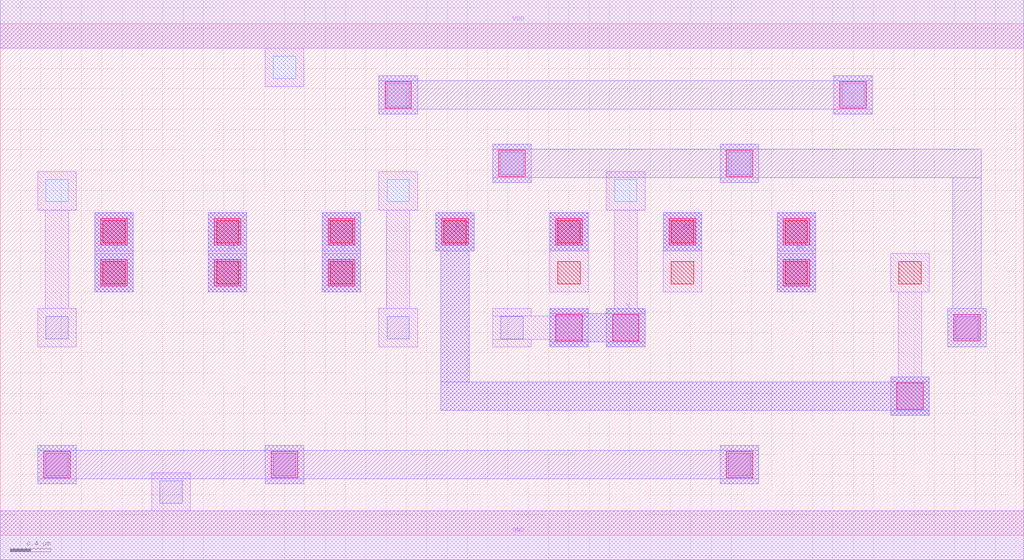
<source format=lef>
MACRO AAOOAI2212
 CLASS CORE ;
 FOREIGN AAOOAI2212 0 0 ;
 SIZE 10.08 BY 5.04 ;
 ORIGIN 0 0 ;
 SYMMETRY X Y R90 ;
 SITE unit ;
  PIN VDD
   DIRECTION INOUT ;
   USE POWER ;
   SHAPE ABUTMENT ;
    PORT
     CLASS CORE ;
       LAYER met1 ;
        RECT 0.00000000 4.80000000 10.08000000 5.28000000 ;
    END
  END VDD

  PIN GND
   DIRECTION INOUT ;
   USE POWER ;
   SHAPE ABUTMENT ;
    PORT
     CLASS CORE ;
       LAYER met1 ;
        RECT 0.00000000 -0.24000000 10.08000000 0.24000000 ;
    END
  END GND

  PIN Y
   DIRECTION INOUT ;
   USE SIGNAL ;
   SHAPE ABUTMENT ;
    PORT
     CLASS CORE ;
       LAYER met2 ;
        RECT 5.41000000 1.85700000 5.79000000 1.90700000 ;
        RECT 5.97000000 1.85700000 6.35000000 1.90700000 ;
        RECT 5.41000000 1.90700000 6.35000000 2.18700000 ;
        RECT 5.41000000 2.18700000 5.79000000 2.23700000 ;
        RECT 5.97000000 2.18700000 6.35000000 2.23700000 ;
    END
  END Y

  PIN B1
   DIRECTION INOUT ;
   USE SIGNAL ;
   SHAPE ABUTMENT ;
    PORT
     CLASS CORE ;
       LAYER met2 ;
        RECT 7.65000000 2.39700000 8.03000000 3.18200000 ;
    END
  END B1

  PIN B
   DIRECTION INOUT ;
   USE SIGNAL ;
   SHAPE ABUTMENT ;
    PORT
     CLASS CORE ;
       LAYER met2 ;
        RECT 8.77000000 1.18200000 9.15000000 1.23200000 ;
        RECT 4.34000000 1.23200000 9.15000000 1.51200000 ;
        RECT 8.77000000 1.51200000 9.15000000 1.56200000 ;
        RECT 4.34000000 1.51200000 4.62000000 2.80200000 ;
        RECT 4.29000000 2.80200000 4.67000000 3.18200000 ;
    END
  END B

  PIN A1
   DIRECTION INOUT ;
   USE SIGNAL ;
   SHAPE ABUTMENT ;
    PORT
     CLASS CORE ;
       LAYER met2 ;
        RECT 6.53000000 2.80200000 6.91000000 3.18200000 ;
    END
  END A1

  PIN C
   DIRECTION INOUT ;
   USE SIGNAL ;
   SHAPE ABUTMENT ;
    PORT
     CLASS CORE ;
       LAYER met2 ;
        RECT 3.17000000 2.39700000 3.55000000 3.18200000 ;
    END
  END C

  PIN A
   DIRECTION INOUT ;
   USE SIGNAL ;
   SHAPE ABUTMENT ;
    PORT
     CLASS CORE ;
       LAYER met2 ;
        RECT 5.41000000 2.80200000 5.79000000 3.18200000 ;
    END
  END A

  PIN D1
   DIRECTION INOUT ;
   USE SIGNAL ;
   SHAPE ABUTMENT ;
    PORT
     CLASS CORE ;
       LAYER met2 ;
        RECT 2.05000000 2.39700000 2.43000000 3.18200000 ;
    END
  END D1

  PIN D
   DIRECTION INOUT ;
   USE SIGNAL ;
   SHAPE ABUTMENT ;
    PORT
     CLASS CORE ;
       LAYER met2 ;
        RECT 0.93000000 2.39700000 1.31000000 3.18200000 ;
    END
  END D

 OBS
    LAYER polycont ;
     RECT 1.01000000 2.47700000 1.23000000 2.69700000 ;
     RECT 2.13000000 2.47700000 2.35000000 2.69700000 ;
     RECT 3.25000000 2.47700000 3.47000000 2.69700000 ;
     RECT 5.49000000 2.47700000 5.71000000 2.69700000 ;
     RECT 6.61000000 2.47700000 6.83000000 2.69700000 ;
     RECT 7.73000000 2.47700000 7.95000000 2.69700000 ;
     RECT 8.85000000 2.47700000 9.07000000 2.69700000 ;
     RECT 1.01000000 2.88200000 1.23000000 3.10200000 ;
     RECT 2.13000000 2.88200000 2.35000000 3.10200000 ;
     RECT 3.25000000 2.88200000 3.47000000 3.10200000 ;
     RECT 4.37000000 2.88200000 4.59000000 3.10200000 ;
     RECT 5.49000000 2.88200000 5.71000000 3.10200000 ;
     RECT 6.61000000 2.88200000 6.83000000 3.10200000 ;
     RECT 7.73000000 2.88200000 7.95000000 3.10200000 ;

    LAYER pdiffc ;
     RECT 0.45000000 3.28700000 0.67000000 3.50700000 ;
     RECT 3.81000000 3.28700000 4.03000000 3.50700000 ;
     RECT 6.05000000 3.28700000 6.27000000 3.50700000 ;
     RECT 4.93000000 3.55700000 5.15000000 3.77700000 ;
     RECT 7.17000000 3.55700000 7.39000000 3.77700000 ;
     RECT 3.81000000 4.23200000 4.03000000 4.45200000 ;
     RECT 8.29000000 4.23200000 8.51000000 4.45200000 ;
     RECT 2.69000000 4.50200000 2.91000000 4.72200000 ;

    LAYER ndiffc ;
     RECT 1.57000000 0.31700000 1.79000000 0.53700000 ;
     RECT 0.45000000 0.58700000 0.67000000 0.80700000 ;
     RECT 2.69000000 0.58700000 2.91000000 0.80700000 ;
     RECT 7.17000000 0.58700000 7.39000000 0.80700000 ;
     RECT 0.45000000 1.93700000 0.67000000 2.15700000 ;
     RECT 3.81000000 1.93700000 4.03000000 2.15700000 ;
     RECT 4.93000000 1.93700000 5.15000000 2.15700000 ;
     RECT 9.41000000 1.93700000 9.63000000 2.15700000 ;

    LAYER met1 ;
     RECT 0.00000000 -0.24000000 10.08000000 0.24000000 ;
     RECT 1.49000000 0.24000000 1.87000000 0.61700000 ;
     RECT 0.37000000 0.50700000 0.75000000 0.88700000 ;
     RECT 2.61000000 0.50700000 2.99000000 0.88700000 ;
     RECT 7.09000000 0.50700000 7.47000000 0.88700000 ;
     RECT 4.85000000 1.85700000 5.23000000 1.93200000 ;
     RECT 5.41000000 1.85700000 5.79000000 1.93200000 ;
     RECT 4.85000000 1.93200000 5.79000000 2.16200000 ;
     RECT 4.85000000 2.16200000 5.23000000 2.23700000 ;
     RECT 5.41000000 2.16200000 5.79000000 2.23700000 ;
     RECT 9.33000000 1.85700000 9.71000000 2.23700000 ;
     RECT 0.93000000 2.39700000 1.31000000 2.77700000 ;
     RECT 2.05000000 2.39700000 2.43000000 2.77700000 ;
     RECT 3.17000000 2.39700000 3.55000000 2.77700000 ;
     RECT 7.65000000 2.39700000 8.03000000 2.77700000 ;
     RECT 8.77000000 1.18200000 9.15000000 1.56200000 ;
     RECT 8.84500000 1.56200000 9.07500000 2.39700000 ;
     RECT 8.77000000 2.39700000 9.15000000 2.77700000 ;
     RECT 0.93000000 2.80200000 1.31000000 3.18200000 ;
     RECT 2.05000000 2.80200000 2.43000000 3.18200000 ;
     RECT 3.17000000 2.80200000 3.55000000 3.18200000 ;
     RECT 4.29000000 2.80200000 4.67000000 3.18200000 ;
     RECT 5.41000000 2.39700000 5.79000000 3.18200000 ;
     RECT 6.53000000 2.39700000 6.91000000 3.18200000 ;
     RECT 7.65000000 2.80200000 8.03000000 3.18200000 ;
     RECT 0.37000000 1.85700000 0.75000000 2.23700000 ;
     RECT 0.44500000 2.23700000 0.67500000 3.20700000 ;
     RECT 0.37000000 3.20700000 0.75000000 3.58700000 ;
     RECT 3.73000000 1.85700000 4.11000000 2.23700000 ;
     RECT 3.80500000 2.23700000 4.03500000 3.20700000 ;
     RECT 3.73000000 3.20700000 4.11000000 3.58700000 ;
     RECT 5.97000000 1.85700000 6.35000000 2.23700000 ;
     RECT 6.04500000 2.23700000 6.27500000 3.20700000 ;
     RECT 5.97000000 3.20700000 6.35000000 3.58700000 ;
     RECT 4.85000000 3.47700000 5.23000000 3.85700000 ;
     RECT 7.09000000 3.47700000 7.47000000 3.85700000 ;
     RECT 3.73000000 4.15200000 4.11000000 4.53200000 ;
     RECT 8.21000000 4.15200000 8.59000000 4.53200000 ;
     RECT 2.61000000 4.42200000 2.99000000 4.80000000 ;
     RECT 0.00000000 4.80000000 10.08000000 5.28000000 ;

    LAYER via1 ;
     RECT 0.43000000 0.56700000 0.69000000 0.82700000 ;
     RECT 2.67000000 0.56700000 2.93000000 0.82700000 ;
     RECT 7.15000000 0.56700000 7.41000000 0.82700000 ;
     RECT 8.83000000 1.24200000 9.09000000 1.50200000 ;
     RECT 5.47000000 1.91700000 5.73000000 2.17700000 ;
     RECT 6.03000000 1.91700000 6.29000000 2.17700000 ;
     RECT 9.39000000 1.91700000 9.65000000 2.17700000 ;
     RECT 0.99000000 2.45700000 1.25000000 2.71700000 ;
     RECT 2.11000000 2.45700000 2.37000000 2.71700000 ;
     RECT 3.23000000 2.45700000 3.49000000 2.71700000 ;
     RECT 7.71000000 2.45700000 7.97000000 2.71700000 ;
     RECT 0.99000000 2.86200000 1.25000000 3.12200000 ;
     RECT 2.11000000 2.86200000 2.37000000 3.12200000 ;
     RECT 3.23000000 2.86200000 3.49000000 3.12200000 ;
     RECT 4.35000000 2.86200000 4.61000000 3.12200000 ;
     RECT 5.47000000 2.86200000 5.73000000 3.12200000 ;
     RECT 6.59000000 2.86200000 6.85000000 3.12200000 ;
     RECT 7.71000000 2.86200000 7.97000000 3.12200000 ;
     RECT 4.91000000 3.53700000 5.17000000 3.79700000 ;
     RECT 7.15000000 3.53700000 7.41000000 3.79700000 ;
     RECT 3.79000000 4.21200000 4.05000000 4.47200000 ;
     RECT 8.27000000 4.21200000 8.53000000 4.47200000 ;

    LAYER met2 ;
     RECT 0.37000000 0.50700000 0.75000000 0.55700000 ;
     RECT 2.61000000 0.50700000 2.99000000 0.55700000 ;
     RECT 7.09000000 0.50700000 7.47000000 0.55700000 ;
     RECT 0.37000000 0.55700000 7.47000000 0.83700000 ;
     RECT 0.37000000 0.83700000 0.75000000 0.88700000 ;
     RECT 2.61000000 0.83700000 2.99000000 0.88700000 ;
     RECT 7.09000000 0.83700000 7.47000000 0.88700000 ;
     RECT 5.41000000 1.85700000 5.79000000 1.90700000 ;
     RECT 5.97000000 1.85700000 6.35000000 1.90700000 ;
     RECT 5.41000000 1.90700000 6.35000000 2.18700000 ;
     RECT 5.41000000 2.18700000 5.79000000 2.23700000 ;
     RECT 5.97000000 2.18700000 6.35000000 2.23700000 ;
     RECT 0.93000000 2.39700000 1.31000000 3.18200000 ;
     RECT 2.05000000 2.39700000 2.43000000 3.18200000 ;
     RECT 3.17000000 2.39700000 3.55000000 3.18200000 ;
     RECT 8.77000000 1.18200000 9.15000000 1.23200000 ;
     RECT 4.34000000 1.23200000 9.15000000 1.51200000 ;
     RECT 8.77000000 1.51200000 9.15000000 1.56200000 ;
     RECT 4.34000000 1.51200000 4.62000000 2.80200000 ;
     RECT 4.29000000 2.80200000 4.67000000 3.18200000 ;
     RECT 5.41000000 2.80200000 5.79000000 3.18200000 ;
     RECT 6.53000000 2.80200000 6.91000000 3.18200000 ;
     RECT 7.65000000 2.39700000 8.03000000 3.18200000 ;
     RECT 9.33000000 1.85700000 9.71000000 2.23700000 ;
     RECT 4.85000000 3.47700000 5.23000000 3.52700000 ;
     RECT 7.09000000 3.47700000 7.47000000 3.52700000 ;
     RECT 9.38000000 2.23700000 9.66000000 3.52700000 ;
     RECT 4.85000000 3.52700000 9.66000000 3.80700000 ;
     RECT 4.85000000 3.80700000 5.23000000 3.85700000 ;
     RECT 7.09000000 3.80700000 7.47000000 3.85700000 ;
     RECT 3.73000000 4.15200000 4.11000000 4.20200000 ;
     RECT 8.21000000 4.15200000 8.59000000 4.20200000 ;
     RECT 3.73000000 4.20200000 8.59000000 4.48200000 ;
     RECT 3.73000000 4.48200000 4.11000000 4.53200000 ;
     RECT 8.21000000 4.48200000 8.59000000 4.53200000 ;

 END
END AAOOAI2212

</source>
